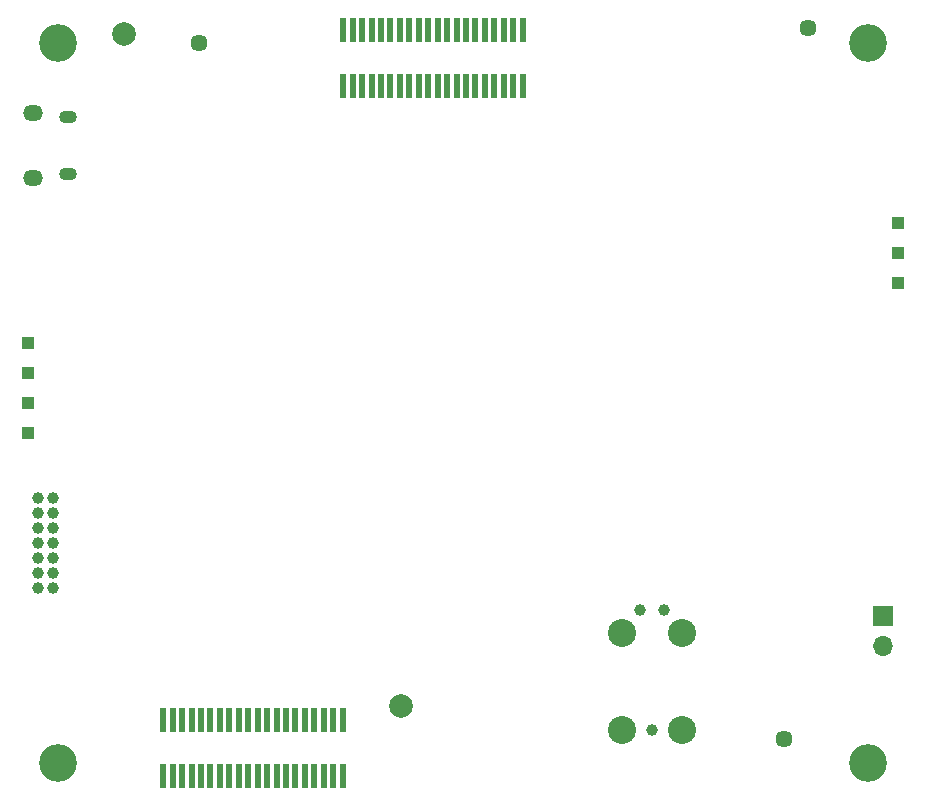
<source format=gbs>
%TF.GenerationSoftware,KiCad,Pcbnew,(5.1.6)-1*%
%TF.CreationDate,2020-09-25T10:07:23-05:00*%
%TF.ProjectId,customDisplay,63757374-6f6d-4446-9973-706c61792e6b,rev?*%
%TF.SameCoordinates,Original*%
%TF.FileFunction,Soldermask,Bot*%
%TF.FilePolarity,Negative*%
%FSLAX46Y46*%
G04 Gerber Fmt 4.6, Leading zero omitted, Abs format (unit mm)*
G04 Created by KiCad (PCBNEW (5.1.6)-1) date 2020-09-25 10:07:23*
%MOMM*%
%LPD*%
G01*
G04 APERTURE LIST*
%ADD10C,1.448000*%
%ADD11C,2.000000*%
%ADD12C,1.000000*%
%ADD13R,0.500000X2.000000*%
%ADD14O,1.500000X1.100000*%
%ADD15O,1.700000X1.350000*%
%ADD16C,3.200000*%
%ADD17R,1.700000X1.700000*%
%ADD18O,1.700000X1.700000*%
%ADD19R,1.000000X1.000000*%
%ADD20C,0.990600*%
%ADD21C,2.374900*%
G04 APERTURE END LIST*
D10*
%TO.C,TH1*%
X130048000Y-69850000D03*
%TD*%
%TO.C,TH2*%
X181610000Y-68580000D03*
%TD*%
%TO.C,TH3*%
X179578000Y-128778000D03*
%TD*%
D11*
%TO.C,U5*%
X147142200Y-125984000D03*
%TD*%
D12*
%TO.C,J1*%
X116395500Y-116014500D03*
X117665500Y-116014500D03*
X116395500Y-114744500D03*
X117665500Y-114744500D03*
X116395500Y-113474500D03*
X117665500Y-113474500D03*
X116395500Y-112204500D03*
X117665500Y-112204500D03*
X116395500Y-110934500D03*
X117665500Y-110934500D03*
X116395500Y-109664500D03*
X117665500Y-109664500D03*
X116395500Y-108394500D03*
X117665500Y-108394500D03*
%TD*%
D13*
%TO.C,J3*%
X127020000Y-127190000D03*
X127020000Y-131890000D03*
X127820000Y-127190000D03*
X127820000Y-131890000D03*
X128620000Y-127190000D03*
X128620000Y-131890000D03*
X129420000Y-127190000D03*
X129420000Y-131890000D03*
X130220000Y-127190000D03*
X130220000Y-131890000D03*
X131020000Y-127190000D03*
X131020000Y-131890000D03*
X131820000Y-127190000D03*
X131820000Y-131890000D03*
X132620000Y-127190000D03*
X132620000Y-131890000D03*
X133420000Y-127190000D03*
X133420000Y-131890000D03*
X134220000Y-127190000D03*
X134220000Y-131890000D03*
X135020000Y-127190000D03*
X135020000Y-131890000D03*
X135820000Y-127190000D03*
X135820000Y-131890000D03*
X136620000Y-127190000D03*
X136620000Y-131890000D03*
X137420000Y-127190000D03*
X137420000Y-131890000D03*
X138220000Y-127190000D03*
X138220000Y-131890000D03*
X139020000Y-127190000D03*
X139020000Y-131890000D03*
X139820000Y-127190000D03*
X139820000Y-131890000D03*
X140620000Y-127190000D03*
X140620000Y-131890000D03*
X141420000Y-127190000D03*
X141420000Y-131890000D03*
X142220000Y-127190000D03*
X142220000Y-131890000D03*
%TD*%
%TO.C,J2*%
X157460000Y-73470000D03*
X157460000Y-68770000D03*
X156660000Y-73470000D03*
X156660000Y-68770000D03*
X155860000Y-73470000D03*
X155860000Y-68770000D03*
X155060000Y-73470000D03*
X155060000Y-68770000D03*
X154260000Y-73470000D03*
X154260000Y-68770000D03*
X153460000Y-73470000D03*
X153460000Y-68770000D03*
X152660000Y-73470000D03*
X152660000Y-68770000D03*
X151860000Y-73470000D03*
X151860000Y-68770000D03*
X151060000Y-73470000D03*
X151060000Y-68770000D03*
X150260000Y-73470000D03*
X150260000Y-68770000D03*
X149460000Y-73470000D03*
X149460000Y-68770000D03*
X148660000Y-73470000D03*
X148660000Y-68770000D03*
X147860000Y-73470000D03*
X147860000Y-68770000D03*
X147060000Y-73470000D03*
X147060000Y-68770000D03*
X146260000Y-73470000D03*
X146260000Y-68770000D03*
X145460000Y-73470000D03*
X145460000Y-68770000D03*
X144660000Y-73470000D03*
X144660000Y-68770000D03*
X143860000Y-73470000D03*
X143860000Y-68770000D03*
X143060000Y-73470000D03*
X143060000Y-68770000D03*
X142260000Y-73470000D03*
X142260000Y-68770000D03*
%TD*%
D14*
%TO.C,J6*%
X118979000Y-76110000D03*
X118979000Y-80950000D03*
D15*
X115979000Y-75800000D03*
X115979000Y-81260000D03*
%TD*%
D16*
%TO.C,H1*%
X118110000Y-69850000D03*
%TD*%
%TO.C,H2*%
X186690000Y-130810000D03*
%TD*%
%TO.C,H3*%
X186690000Y-69850000D03*
%TD*%
%TO.C,H4*%
X118110000Y-130810000D03*
%TD*%
D17*
%TO.C,J7*%
X187960000Y-118364000D03*
D18*
X187960000Y-120904000D03*
%TD*%
D19*
%TO.C,TP3*%
X189230000Y-85090000D03*
%TD*%
%TO.C,TP4*%
X189230000Y-87630000D03*
%TD*%
%TO.C,TP5*%
X115570000Y-95250000D03*
%TD*%
%TO.C,TP6*%
X115570000Y-97790000D03*
%TD*%
%TO.C,TP7*%
X189230000Y-90170000D03*
%TD*%
D11*
%TO.C,TP8*%
X123698000Y-69088000D03*
%TD*%
D20*
%TO.C,J8*%
X168402000Y-128016000D03*
X167386000Y-117856000D03*
X169418000Y-117856000D03*
D21*
X165862000Y-128016000D03*
X165862000Y-119761000D03*
X170942000Y-128016000D03*
X170942000Y-119761000D03*
%TD*%
D19*
%TO.C,TP1*%
X115570000Y-100330000D03*
%TD*%
%TO.C,TP2*%
X115570000Y-102870000D03*
%TD*%
M02*

</source>
